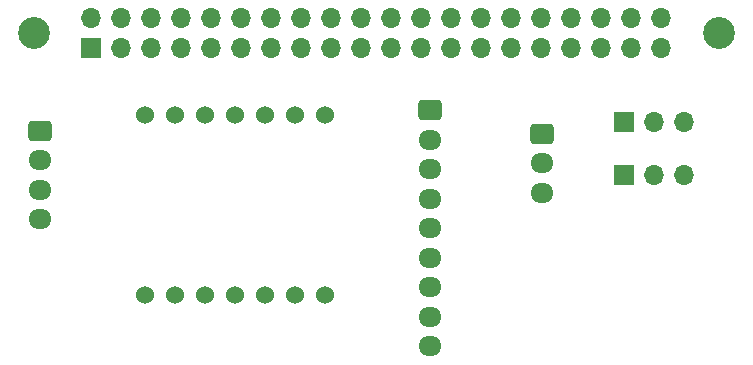
<source format=gbs>
G04 #@! TF.GenerationSoftware,KiCad,Pcbnew,8.0.7*
G04 #@! TF.CreationDate,2024-12-27T16:52:24+10:00*
G04 #@! TF.ProjectId,Input Board,496e7075-7420-4426-9f61-72642e6b6963,rev?*
G04 #@! TF.SameCoordinates,Original*
G04 #@! TF.FileFunction,Soldermask,Bot*
G04 #@! TF.FilePolarity,Negative*
%FSLAX46Y46*%
G04 Gerber Fmt 4.6, Leading zero omitted, Abs format (unit mm)*
G04 Created by KiCad (PCBNEW 8.0.7) date 2024-12-27 16:52:24*
%MOMM*%
%LPD*%
G01*
G04 APERTURE LIST*
G04 Aperture macros list*
%AMRoundRect*
0 Rectangle with rounded corners*
0 $1 Rounding radius*
0 $2 $3 $4 $5 $6 $7 $8 $9 X,Y pos of 4 corners*
0 Add a 4 corners polygon primitive as box body*
4,1,4,$2,$3,$4,$5,$6,$7,$8,$9,$2,$3,0*
0 Add four circle primitives for the rounded corners*
1,1,$1+$1,$2,$3*
1,1,$1+$1,$4,$5*
1,1,$1+$1,$6,$7*
1,1,$1+$1,$8,$9*
0 Add four rect primitives between the rounded corners*
20,1,$1+$1,$2,$3,$4,$5,0*
20,1,$1+$1,$4,$5,$6,$7,0*
20,1,$1+$1,$6,$7,$8,$9,0*
20,1,$1+$1,$8,$9,$2,$3,0*%
G04 Aperture macros list end*
%ADD10C,1.524000*%
%ADD11O,1.950000X1.700000*%
%ADD12RoundRect,0.250000X-0.725000X0.600000X-0.725000X-0.600000X0.725000X-0.600000X0.725000X0.600000X0*%
%ADD13R,1.700000X1.700000*%
%ADD14O,1.700000X1.700000*%
%ADD15C,2.700000*%
G04 APERTURE END LIST*
D10*
X112880000Y-54380000D03*
X115420000Y-54380000D03*
X117960000Y-54380000D03*
X120500000Y-54380000D03*
X123040000Y-54380000D03*
X125580000Y-54380000D03*
X128120000Y-54380000D03*
X128120000Y-69620000D03*
X125580000Y-69620000D03*
X123040000Y-69620000D03*
X120500000Y-69620000D03*
X117960000Y-69620000D03*
X115420000Y-69620000D03*
X112880000Y-69620000D03*
D11*
X137000000Y-74000000D03*
X137000000Y-71500000D03*
X137000000Y-69000000D03*
X137000000Y-66500000D03*
X137000000Y-64000000D03*
X137000000Y-61500000D03*
X137000000Y-59000000D03*
X137000000Y-56500000D03*
D12*
X137000000Y-54000000D03*
X104025000Y-55750000D03*
D11*
X104025000Y-58250000D03*
X104025000Y-60750000D03*
X104025000Y-63250000D03*
X146500000Y-61000000D03*
X146500000Y-58500000D03*
D12*
X146500000Y-56000000D03*
D13*
X153500000Y-59500000D03*
D14*
X156040000Y-59500000D03*
X158580000Y-59500000D03*
D13*
X153500000Y-55000000D03*
D14*
X156040000Y-55000000D03*
X158580000Y-55000000D03*
D15*
X161500000Y-47500000D03*
D14*
X156630000Y-46230000D03*
X156630000Y-48770000D03*
X154090000Y-46230000D03*
X154090000Y-48770000D03*
X151550000Y-46230000D03*
X151550000Y-48770000D03*
X149010000Y-46230000D03*
X149010000Y-48770000D03*
X146470000Y-46230000D03*
X146470000Y-48770000D03*
X143930000Y-46230000D03*
X143930000Y-48770000D03*
X141390000Y-46230000D03*
X141390000Y-48770000D03*
X138850000Y-46230000D03*
X138850000Y-48770000D03*
X136310000Y-46230000D03*
X136310000Y-48770000D03*
X133770000Y-46230000D03*
X133770000Y-48770000D03*
X131230000Y-46230000D03*
X131230000Y-48770000D03*
X128690000Y-46230000D03*
X128690000Y-48770000D03*
X126150000Y-46230000D03*
X126150000Y-48770000D03*
X123610000Y-46230000D03*
X123610000Y-48770000D03*
X121070000Y-46230000D03*
X121070000Y-48770000D03*
X118530000Y-46230000D03*
X118530000Y-48770000D03*
X115990000Y-46230000D03*
X115990000Y-48770000D03*
X113450000Y-46230000D03*
X113450000Y-48770000D03*
X110910000Y-46230000D03*
X110910000Y-48770000D03*
X108370000Y-46230000D03*
D13*
X108370000Y-48770000D03*
D15*
X103500000Y-47500000D03*
M02*

</source>
